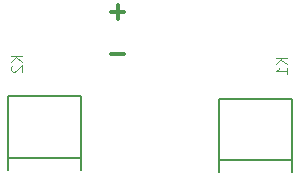
<source format=gbo>
G04 #@! TF.GenerationSoftware,KiCad,Pcbnew,5.1.8-db9833491~88~ubuntu16.04.1*
G04 #@! TF.CreationDate,2020-12-23T08:51:26-07:00*
G04 #@! TF.ProjectId,PoNS,506f4e53-2e6b-4696-9361-645f70636258,rev?*
G04 #@! TF.SameCoordinates,Original*
G04 #@! TF.FileFunction,Legend,Bot*
G04 #@! TF.FilePolarity,Positive*
%FSLAX46Y46*%
G04 Gerber Fmt 4.6, Leading zero omitted, Abs format (unit mm)*
G04 Created by KiCad (PCBNEW 5.1.8-db9833491~88~ubuntu16.04.1) date 2020-12-23 08:51:26*
%MOMM*%
%LPD*%
G01*
G04 APERTURE LIST*
%ADD10C,0.300000*%
%ADD11C,0.127000*%
%ADD12C,0.066040*%
%ADD13C,0.101600*%
G04 APERTURE END LIST*
D10*
X147383428Y-66451942D02*
X146240571Y-66451942D01*
X146240571Y-62895942D02*
X147383428Y-62895942D01*
X146812000Y-63467371D02*
X146812000Y-62324514D01*
D11*
X137515600Y-75234800D02*
X143713200Y-75234800D01*
X137515600Y-70037200D02*
X137515600Y-76234800D01*
X143713200Y-70037200D02*
X137515600Y-70037200D01*
X143713200Y-76234800D02*
X143713200Y-70037200D01*
D12*
X137515600Y-75234800D02*
X143713200Y-75234800D01*
X143713200Y-75136000D02*
X143713200Y-70037200D01*
X137515600Y-70037200D02*
X143713200Y-70037200D01*
X137515600Y-76234800D02*
X137515600Y-70037200D01*
D11*
X155397200Y-75438000D02*
X161594800Y-75438000D01*
X155397200Y-70240400D02*
X155397200Y-76438000D01*
X161594800Y-70240400D02*
X155397200Y-70240400D01*
X161594800Y-76438000D02*
X161594800Y-70240400D01*
D12*
X155397200Y-75438000D02*
X161594800Y-75438000D01*
X161594800Y-75339200D02*
X161594800Y-70240400D01*
X155397200Y-70240400D02*
X161594800Y-70240400D01*
X155397200Y-76438000D02*
X155397200Y-70240400D01*
D13*
X138679766Y-66603033D02*
X137790766Y-66603033D01*
X138679766Y-67111033D02*
X138171766Y-66730033D01*
X137790766Y-67111033D02*
X138298766Y-66603033D01*
X137875433Y-67449700D02*
X137833100Y-67492033D01*
X137790766Y-67576700D01*
X137790766Y-67788366D01*
X137833100Y-67873033D01*
X137875433Y-67915366D01*
X137960100Y-67957700D01*
X138044766Y-67957700D01*
X138171766Y-67915366D01*
X138679766Y-67407366D01*
X138679766Y-67957700D01*
X161133366Y-66806233D02*
X160244366Y-66806233D01*
X161133366Y-67314233D02*
X160625366Y-66933233D01*
X160244366Y-67314233D02*
X160752366Y-66806233D01*
X161133366Y-68160900D02*
X161133366Y-67652900D01*
X161133366Y-67906900D02*
X160244366Y-67906900D01*
X160371366Y-67822233D01*
X160456033Y-67737566D01*
X160498366Y-67652900D01*
M02*

</source>
